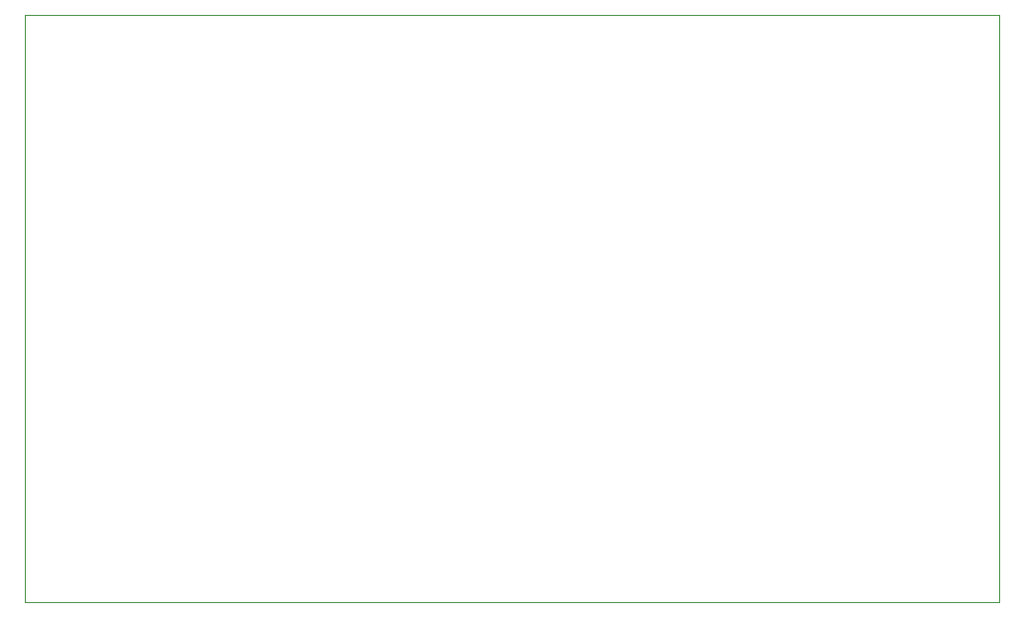
<source format=gbr>
G04 #@! TF.GenerationSoftware,KiCad,Pcbnew,(5.1.2)-1*
G04 #@! TF.CreationDate,2019-05-27T16:10:05+02:00*
G04 #@! TF.ProjectId,Dispositivo_Resp,44697370-6f73-4697-9469-766f5f526573,rev?*
G04 #@! TF.SameCoordinates,Original*
G04 #@! TF.FileFunction,Profile,NP*
%FSLAX46Y46*%
G04 Gerber Fmt 4.6, Leading zero omitted, Abs format (unit mm)*
G04 Created by KiCad (PCBNEW (5.1.2)-1) date 2019-05-27 16:10:05*
%MOMM*%
%LPD*%
G04 APERTURE LIST*
%ADD10C,0.050000*%
G04 APERTURE END LIST*
D10*
X200000000Y-76000000D02*
X117000000Y-76000000D01*
X200000000Y-126000000D02*
X200000000Y-76000000D01*
X117000000Y-126000000D02*
X200000000Y-126000000D01*
X117000000Y-76000000D02*
X117000000Y-126000000D01*
M02*

</source>
